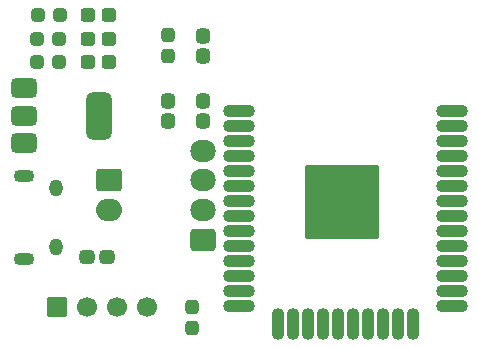
<source format=gbr>
%TF.GenerationSoftware,KiCad,Pcbnew,8.0.2*%
%TF.CreationDate,2024-05-27T00:00:39+02:00*%
%TF.ProjectId,ESP-Logger-HW,4553502d-4c6f-4676-9765-722d48572e6b,rev?*%
%TF.SameCoordinates,Original*%
%TF.FileFunction,Soldermask,Top*%
%TF.FilePolarity,Negative*%
%FSLAX46Y46*%
G04 Gerber Fmt 4.6, Leading zero omitted, Abs format (unit mm)*
G04 Created by KiCad (PCBNEW 8.0.2) date 2024-05-27 00:00:39*
%MOMM*%
%LPD*%
G01*
G04 APERTURE LIST*
G04 Aperture macros list*
%AMRoundRect*
0 Rectangle with rounded corners*
0 $1 Rounding radius*
0 $2 $3 $4 $5 $6 $7 $8 $9 X,Y pos of 4 corners*
0 Add a 4 corners polygon primitive as box body*
4,1,4,$2,$3,$4,$5,$6,$7,$8,$9,$2,$3,0*
0 Add four circle primitives for the rounded corners*
1,1,$1+$1,$2,$3*
1,1,$1+$1,$4,$5*
1,1,$1+$1,$6,$7*
1,1,$1+$1,$8,$9*
0 Add four rect primitives between the rounded corners*
20,1,$1+$1,$2,$3,$4,$5,0*
20,1,$1+$1,$4,$5,$6,$7,0*
20,1,$1+$1,$6,$7,$8,$9,0*
20,1,$1+$1,$8,$9,$2,$3,0*%
G04 Aperture macros list end*
%ADD10RoundRect,0.287500X-0.337500X-0.287500X0.337500X-0.287500X0.337500X0.287500X-0.337500X0.287500X0*%
%ADD11RoundRect,0.287500X0.287500X-0.350000X0.287500X0.350000X-0.287500X0.350000X-0.287500X-0.350000X0*%
%ADD12O,2.700000X1.100000*%
%ADD13O,1.100000X2.700000*%
%ADD14RoundRect,0.100000X3.000000X3.000000X-3.000000X3.000000X-3.000000X-3.000000X3.000000X-3.000000X0*%
%ADD15RoundRect,0.287500X0.300000X0.287500X-0.300000X0.287500X-0.300000X-0.287500X0.300000X-0.287500X0*%
%ADD16RoundRect,0.287500X-0.287500X0.300000X-0.287500X-0.300000X0.287500X-0.300000X0.287500X0.300000X0*%
%ADD17RoundRect,0.100000X0.750000X-0.750000X0.750000X0.750000X-0.750000X0.750000X-0.750000X-0.750000X0*%
%ADD18C,1.700000*%
%ADD19RoundRect,0.287500X0.287500X-0.300000X0.287500X0.300000X-0.287500X0.300000X-0.287500X-0.300000X0*%
%ADD20RoundRect,0.287500X-0.287500X0.350000X-0.287500X-0.350000X0.287500X-0.350000X0.287500X0.350000X0*%
%ADD21RoundRect,0.425000X-0.675000X-0.425000X0.675000X-0.425000X0.675000X0.425000X-0.675000X0.425000X0*%
%ADD22RoundRect,0.550000X-0.550000X-1.450000X0.550000X-1.450000X0.550000X1.450000X-0.550000X1.450000X0*%
%ADD23RoundRect,0.287500X0.350000X0.287500X-0.350000X0.287500X-0.350000X-0.287500X0.350000X-0.287500X0*%
%ADD24RoundRect,0.279412X0.795588X-0.670588X0.795588X0.670588X-0.795588X0.670588X-0.795588X-0.670588X0*%
%ADD25O,2.150000X1.900000*%
%ADD26RoundRect,0.279412X-0.820588X0.670588X-0.820588X-0.670588X0.820588X-0.670588X0.820588X0.670588X0*%
%ADD27O,2.200000X1.900000*%
%ADD28O,1.750000X1.090000*%
%ADD29O,1.150000X1.450000*%
G04 APERTURE END LIST*
D10*
%TO.C,D3*%
X26750000Y-25000000D03*
X28500000Y-25000000D03*
%TD*%
%TO.C,D2*%
X26750000Y-23000000D03*
X28500000Y-23000000D03*
%TD*%
D11*
%TO.C,C2*%
X33500000Y-30000000D03*
X33500000Y-28275000D03*
%TD*%
D12*
%TO.C,ESP1*%
X39560000Y-29130000D03*
X39560000Y-30400000D03*
X39560000Y-31670000D03*
X39560000Y-32940000D03*
X39560000Y-34210000D03*
X39560000Y-35480000D03*
X39560000Y-36750000D03*
X39560000Y-38020000D03*
X39560000Y-39290000D03*
X39560000Y-40560000D03*
X39560000Y-41830000D03*
X39560000Y-43100000D03*
X39560000Y-44370000D03*
X39560000Y-45640000D03*
D13*
X42845000Y-47130000D03*
X44115000Y-47130000D03*
X45385000Y-47130000D03*
X46655000Y-47130000D03*
X47925000Y-47130000D03*
X49195000Y-47130000D03*
X50465000Y-47130000D03*
X51735000Y-47130000D03*
X53005000Y-47130000D03*
X54275000Y-47130000D03*
D12*
X57560000Y-45640000D03*
X57560000Y-44370000D03*
X57560000Y-43100000D03*
X57560000Y-41830000D03*
X57560000Y-40560000D03*
X57560000Y-39290000D03*
X57560000Y-38020000D03*
X57560000Y-36750000D03*
X57560000Y-35480000D03*
X57560000Y-34210000D03*
X57560000Y-32940000D03*
X57560000Y-31670000D03*
X57560000Y-30400000D03*
X57560000Y-29130000D03*
D14*
X48260000Y-36830000D03*
%TD*%
D15*
%TO.C,R2*%
X24325000Y-21000000D03*
X22500000Y-21000000D03*
%TD*%
D16*
%TO.C,R1*%
X35500000Y-45675000D03*
X35500000Y-47500000D03*
%TD*%
D15*
%TO.C,R3*%
X24250000Y-23000000D03*
X22425000Y-23000000D03*
%TD*%
D17*
%TO.C,DHT1*%
X24130000Y-45720000D03*
D18*
X26670000Y-45720000D03*
X29210000Y-45720000D03*
X31750000Y-45720000D03*
%TD*%
D15*
%TO.C,R4*%
X24250000Y-25000000D03*
X22425000Y-25000000D03*
%TD*%
D19*
%TO.C,R5*%
X33500000Y-24500000D03*
X33500000Y-22675000D03*
%TD*%
D10*
%TO.C,D1*%
X26750000Y-21000000D03*
X28500000Y-21000000D03*
%TD*%
D20*
%TO.C,C3*%
X36500000Y-22775000D03*
X36500000Y-24500000D03*
%TD*%
D11*
%TO.C,C1*%
X36500000Y-30000000D03*
X36500000Y-28275000D03*
%TD*%
D21*
%TO.C,U1*%
X21350000Y-27200000D03*
X21350000Y-29500000D03*
D22*
X27650000Y-29500000D03*
D21*
X21350000Y-31800000D03*
%TD*%
D23*
%TO.C,C4*%
X28362500Y-41500000D03*
X26637500Y-41500000D03*
%TD*%
D24*
%TO.C,J1*%
X36500000Y-40000000D03*
D25*
X36500000Y-37500000D03*
X36500000Y-35000000D03*
X36500000Y-32500000D03*
%TD*%
D26*
%TO.C,J2*%
X28475000Y-35000000D03*
D27*
X28475000Y-37500000D03*
%TD*%
D28*
%TO.C,J3*%
X21300000Y-41650000D03*
D29*
X24000000Y-40650000D03*
X24000000Y-35650000D03*
D28*
X21300000Y-34650000D03*
%TD*%
M02*

</source>
